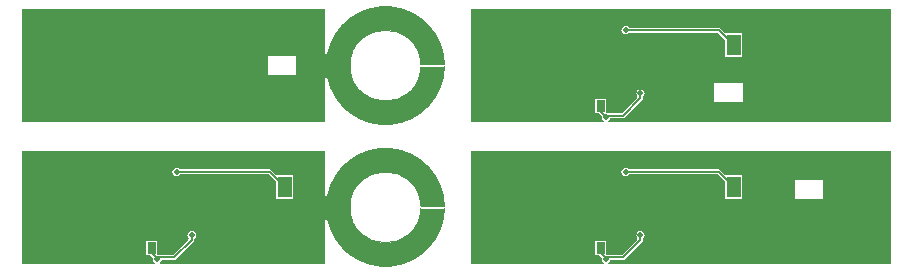
<source format=gbl>
G04*
G04 #@! TF.GenerationSoftware,Altium Limited,Altium Designer,21.7.2 (23)*
G04*
G04 Layer_Physical_Order=2*
G04 Layer_Color=16711680*
%FSLAX25Y25*%
%MOIN*%
G70*
G04*
G04 #@! TF.SameCoordinates,CCBFC18A-A892-47F7-AC39-C920CB58EF18*
G04*
G04*
G04 #@! TF.FilePolarity,Positive*
G04*
G01*
G75*
%ADD10C,0.00050*%
%ADD13R,0.03937X0.03937*%
%ADD26C,0.00800*%
%ADD30C,0.02000*%
%ADD31C,0.02400*%
%ADD32R,0.02835X0.03858*%
%ADD33R,0.04921X0.07087*%
G36*
X140772Y125822D02*
X143116Y125317D01*
X145382Y124531D01*
X147535Y123475D01*
X149545Y122166D01*
X151380Y120623D01*
X153015Y118869D01*
X154425Y116929D01*
X155589Y114832D01*
X156490Y112609D01*
X157114Y110294D01*
X157452Y107920D01*
X157476Y106721D01*
D01*
Y106721D01*
Y106721D01*
X149600D01*
X149522Y107737D01*
X149105Y109731D01*
X148352Y111624D01*
X147285Y113359D01*
X145935Y114885D01*
X144344Y116156D01*
X142558Y117135D01*
X140630Y117793D01*
X138618Y118109D01*
X136581Y118075D01*
X134580Y117692D01*
X132675Y116970D01*
X130923Y115932D01*
X129374Y114609D01*
X128077Y113039D01*
X127068Y111269D01*
X126378Y109352D01*
X126028Y107345D01*
Y105308D01*
X126378Y103302D01*
X127068Y101385D01*
X128077Y99615D01*
X129374Y98045D01*
X130923Y96721D01*
X132675Y95683D01*
X134580Y94962D01*
X136581Y94578D01*
X138618Y94545D01*
X140630Y94861D01*
X142558Y95519D01*
X144344Y96498D01*
X145935Y97769D01*
X147285Y99295D01*
X148352Y101030D01*
X149105Y102923D01*
X149522Y104917D01*
X149600Y105933D01*
X149600Y105933D01*
X157476D01*
X157452Y104734D01*
X157114Y102360D01*
X156490Y100045D01*
X155589Y97822D01*
X154425Y95725D01*
X153015Y93785D01*
X151380Y92031D01*
X149545Y90487D01*
X147535Y89178D01*
X145382Y88123D01*
X143116Y87337D01*
X140772Y86831D01*
X138384Y86614D01*
X135987Y86689D01*
X133616Y87053D01*
X131308Y87703D01*
X129095Y88628D01*
X127012Y89815D01*
X125087Y91246D01*
X123351Y92900D01*
X121828Y94752D01*
X120541Y96776D01*
X119509Y98941D01*
X118748Y101215D01*
X118508Y102390D01*
X117500D01*
Y87430D01*
X16564D01*
Y125169D01*
X117500D01*
Y110264D01*
X118508Y110264D01*
X118748Y111439D01*
X119509Y113713D01*
X120541Y115878D01*
X121828Y117902D01*
X123351Y119754D01*
X125087Y121408D01*
X127012Y122839D01*
X129095Y124026D01*
X131308Y124951D01*
X133616Y125601D01*
X135987Y125965D01*
X138384Y126040D01*
X140772Y125822D01*
D02*
G37*
G36*
X306271Y87430D02*
X212261D01*
X212109Y87930D01*
X212416Y88135D01*
X212725Y88598D01*
X212781Y88878D01*
X217056D01*
X217056Y88878D01*
X217368Y88941D01*
X217633Y89117D01*
X223382Y94866D01*
X223559Y95131D01*
X223621Y95443D01*
X223621Y95443D01*
Y95904D01*
X223815Y96034D01*
X224124Y96497D01*
X224233Y97043D01*
X224124Y97589D01*
X223815Y98052D01*
X223351Y98362D01*
X222805Y98470D01*
X222259Y98362D01*
X221796Y98052D01*
X221486Y97589D01*
X221378Y97043D01*
X221486Y96497D01*
X221796Y96034D01*
X221703Y95494D01*
X216718Y90510D01*
X211717D01*
X211406Y90571D01*
X211377Y90595D01*
Y95043D01*
X207743D01*
Y90385D01*
X209012D01*
X210024Y89372D01*
X209979Y89144D01*
X210087Y88598D01*
X210397Y88135D01*
X210704Y87930D01*
X210552Y87430D01*
X166170D01*
Y125169D01*
X306271D01*
Y87430D01*
D02*
G37*
G36*
X140772Y78578D02*
X143116Y78073D01*
X145382Y77287D01*
X147535Y76231D01*
X149545Y74922D01*
X151380Y73379D01*
X153015Y71624D01*
X154425Y69684D01*
X155589Y67588D01*
X156490Y65365D01*
X157114Y63050D01*
X157452Y60675D01*
X157476Y59477D01*
D01*
Y59477D01*
Y59477D01*
X149600D01*
X149522Y60493D01*
X149105Y62487D01*
X148352Y64380D01*
X147285Y66115D01*
X145935Y67641D01*
X144344Y68912D01*
X142558Y69891D01*
X140630Y70549D01*
X138618Y70865D01*
X136581Y70831D01*
X134580Y70448D01*
X132675Y69726D01*
X130923Y68688D01*
X129374Y67365D01*
X128077Y65794D01*
X127068Y64025D01*
X126378Y62108D01*
X126028Y60101D01*
Y58064D01*
X126378Y56058D01*
X127068Y54141D01*
X128077Y52371D01*
X129374Y50801D01*
X130923Y49477D01*
X132675Y48439D01*
X134580Y47718D01*
X136581Y47334D01*
X138618Y47300D01*
X140630Y47617D01*
X142558Y48274D01*
X144344Y49254D01*
X145935Y50525D01*
X147285Y52051D01*
X148352Y53786D01*
X149105Y55679D01*
X149522Y57673D01*
X149600Y58689D01*
X149600Y58689D01*
X157476D01*
X157452Y57490D01*
X157114Y55116D01*
X156490Y52801D01*
X155589Y50578D01*
X154425Y48481D01*
X153015Y46541D01*
X151380Y44787D01*
X149545Y43243D01*
X147535Y41934D01*
X145382Y40879D01*
X143116Y40093D01*
X140772Y39587D01*
X138384Y39370D01*
X135987Y39444D01*
X133616Y39809D01*
X131308Y40459D01*
X129095Y41384D01*
X127012Y42571D01*
X125087Y44002D01*
X123351Y45656D01*
X121828Y47508D01*
X120541Y49532D01*
X119509Y51697D01*
X118748Y53971D01*
X118508Y55146D01*
X117500D01*
Y40186D01*
X62654D01*
X62503Y40686D01*
X62809Y40891D01*
X63119Y41354D01*
X63175Y41634D01*
X67450D01*
X67450Y41634D01*
X67762Y41696D01*
X68027Y41873D01*
X73776Y47622D01*
X73952Y47887D01*
X74015Y48199D01*
X74015Y48199D01*
Y48660D01*
X74208Y48790D01*
X74518Y49253D01*
X74626Y49799D01*
X74518Y50345D01*
X74208Y50808D01*
X73745Y51118D01*
X73199Y51226D01*
X72653Y51118D01*
X72189Y50808D01*
X71880Y50345D01*
X71771Y49799D01*
X71880Y49253D01*
X72189Y48790D01*
X72097Y48250D01*
X67112Y43266D01*
X62111D01*
X61800Y43327D01*
X61771Y43351D01*
Y47799D01*
X58136D01*
Y43141D01*
X59405D01*
X60418Y42128D01*
X60373Y41900D01*
X60481Y41354D01*
X60791Y40891D01*
X61097Y40686D01*
X60946Y40186D01*
X16564D01*
Y77925D01*
X117500D01*
Y63020D01*
X118508Y63020D01*
X118748Y64195D01*
X119509Y66469D01*
X120541Y68634D01*
X121828Y70657D01*
X123351Y72510D01*
X125087Y74164D01*
X127012Y75595D01*
X129095Y76782D01*
X131308Y77707D01*
X133616Y78356D01*
X135987Y78721D01*
X138384Y78796D01*
X140772Y78578D01*
D02*
G37*
G36*
X306271Y40186D02*
X212261D01*
X212109Y40686D01*
X212416Y40891D01*
X212725Y41354D01*
X212781Y41634D01*
X217056D01*
X217056Y41634D01*
X217368Y41696D01*
X217633Y41873D01*
X223382Y47622D01*
X223559Y47887D01*
X223621Y48199D01*
X223621Y48199D01*
Y48660D01*
X223815Y48790D01*
X224124Y49253D01*
X224233Y49799D01*
X224124Y50345D01*
X223815Y50808D01*
X223351Y51118D01*
X222805Y51226D01*
X222259Y51118D01*
X221796Y50808D01*
X221486Y50345D01*
X221378Y49799D01*
X221486Y49253D01*
X221796Y48790D01*
X221703Y48250D01*
X216718Y43266D01*
X211717D01*
X211406Y43327D01*
X211377Y43351D01*
Y47799D01*
X207743D01*
Y43141D01*
X209012D01*
X210024Y42128D01*
X209979Y41900D01*
X210087Y41354D01*
X210397Y40891D01*
X210704Y40686D01*
X210552Y40186D01*
X166170D01*
Y77925D01*
X306271D01*
Y40186D01*
D02*
G37*
%LPC*%
G36*
X108100Y109574D02*
X98500D01*
Y103244D01*
X108100D01*
Y109574D01*
D02*
G37*
G36*
X217839Y119571D02*
X217292Y119463D01*
X216829Y119153D01*
X216520Y118690D01*
X216411Y118144D01*
X216520Y117598D01*
X216829Y117135D01*
X217292Y116825D01*
X217839Y116717D01*
X218385Y116825D01*
X218848Y117135D01*
X218977Y117328D01*
X248491D01*
X250976Y114843D01*
Y109193D01*
X256698D01*
Y117079D01*
X251047D01*
X249406Y118721D01*
X249141Y118898D01*
X248829Y118960D01*
X248829Y118960D01*
X218977D01*
X218848Y119153D01*
X218385Y119463D01*
X217839Y119571D01*
D02*
G37*
G36*
X257006Y100444D02*
X247406D01*
Y94114D01*
X257006D01*
Y100444D01*
D02*
G37*
G36*
X68232Y72327D02*
X67686Y72219D01*
X67223Y71909D01*
X66913Y71446D01*
X66805Y70900D01*
X66913Y70354D01*
X67223Y69891D01*
X67686Y69581D01*
X68232Y69473D01*
X68779Y69581D01*
X69242Y69891D01*
X69371Y70084D01*
X98885D01*
X101370Y67599D01*
Y61949D01*
X107091D01*
Y69835D01*
X101441D01*
X99800Y71477D01*
X99535Y71654D01*
X99223Y71716D01*
X99223Y71716D01*
X69371D01*
X69242Y71909D01*
X68779Y72219D01*
X68232Y72327D01*
D02*
G37*
G36*
X217839D02*
X217292Y72219D01*
X216829Y71909D01*
X216520Y71446D01*
X216411Y70900D01*
X216520Y70354D01*
X216829Y69891D01*
X217292Y69581D01*
X217839Y69473D01*
X218385Y69581D01*
X218848Y69891D01*
X218977Y70084D01*
X248491D01*
X250976Y67599D01*
Y61949D01*
X256698D01*
Y69835D01*
X251047D01*
X249406Y71477D01*
X249141Y71654D01*
X248829Y71716D01*
X248829Y71716D01*
X218977D01*
X218848Y71909D01*
X218385Y72219D01*
X217839Y72327D01*
D02*
G37*
G36*
X283806Y68200D02*
X274206D01*
Y61870D01*
X283806D01*
Y68200D01*
D02*
G37*
%LPD*%
D10*
X157476Y106721D02*
G03*
X118508Y110264I-19681J-394D01*
G01*
X149600Y106721D02*
G03*
X149600Y105933I-11804J-394D01*
G01*
X118508Y102390D02*
G03*
X157476Y105933I19287J3937D01*
G01*
X149600Y106721D02*
X157476D01*
X149600Y105933D02*
X157476D01*
X117323Y110264D02*
X118508D01*
X117323Y102390D02*
Y110264D01*
Y102390D02*
X118508D01*
X157476Y59477D02*
G03*
X118508Y63020I-19681J-394D01*
G01*
X149600Y59477D02*
G03*
X149600Y58689I-11804J-394D01*
G01*
X118508Y55146D02*
G03*
X157476Y58689I19287J3937D01*
G01*
X149600Y59477D02*
X157476D01*
X149600Y58689D02*
X157476D01*
X117323Y63020D02*
X118508D01*
X117323Y55146D02*
Y63020D01*
Y55146D02*
X118508D01*
D13*
X120079Y106327D02*
D03*
Y59083D02*
D03*
D26*
X217839Y118144D02*
X248829D01*
X253837Y113136D01*
X210856Y89694D02*
X217056D01*
X222805Y95443D02*
Y97043D01*
X217056Y89694D02*
X222805Y95443D01*
X209560Y90991D02*
X210856Y89694D01*
X209560Y90991D02*
Y92714D01*
X217839Y70900D02*
X248829D01*
X253837Y65892D01*
X210856Y42450D02*
X217056D01*
X222805Y48199D02*
Y49799D01*
X217056Y42450D02*
X222805Y48199D01*
X209560Y43747D02*
X210856Y42450D01*
X209560Y43747D02*
Y45470D01*
X68232Y70900D02*
X99223D01*
X104231Y65892D01*
X61250Y42450D02*
X67450D01*
X73199Y48199D02*
Y49799D01*
X67450Y42450D02*
X73199Y48199D01*
X59953Y43747D02*
X61250Y42450D01*
X59953Y43747D02*
Y45470D01*
D30*
X108693Y100537D02*
D03*
Y112151D02*
D03*
X210976Y106714D02*
D03*
X215476Y102214D02*
D03*
Y106714D02*
D03*
Y111214D02*
D03*
X219976Y106714D02*
D03*
X246813Y91537D02*
D03*
Y103151D02*
D03*
X217839Y118144D02*
D03*
X225076Y120979D02*
D03*
X220089Y122327D02*
D03*
X212824D02*
D03*
X204206Y111744D02*
D03*
X226006Y104744D02*
D03*
X215506Y95444D02*
D03*
X221714Y90869D02*
D03*
X208706Y89144D02*
D03*
X179606Y117344D02*
D03*
Y112344D02*
D03*
Y102344D02*
D03*
X222805Y97043D02*
D03*
X211406Y89144D02*
D03*
X210976Y59470D02*
D03*
X215476Y54970D02*
D03*
Y59470D02*
D03*
Y63970D02*
D03*
X219976Y59470D02*
D03*
X273613Y59293D02*
D03*
Y70907D02*
D03*
X217839Y70900D02*
D03*
X225076Y73735D02*
D03*
X220089Y75083D02*
D03*
X212824D02*
D03*
X204206Y64500D02*
D03*
X226006Y57500D02*
D03*
X215506Y48200D02*
D03*
X221714Y43625D02*
D03*
X208706Y41900D02*
D03*
X179606Y70100D02*
D03*
Y65100D02*
D03*
Y55100D02*
D03*
X222805Y49799D02*
D03*
X211406Y41900D02*
D03*
X61370Y59470D02*
D03*
X65870Y54970D02*
D03*
Y59470D02*
D03*
Y63970D02*
D03*
X70370Y59470D02*
D03*
X68232Y70900D02*
D03*
X75470Y73735D02*
D03*
X70483Y75083D02*
D03*
X63217D02*
D03*
X54600Y64500D02*
D03*
X76400Y57500D02*
D03*
X65900Y48200D02*
D03*
X72108Y43625D02*
D03*
X59100Y41900D02*
D03*
X30000Y70100D02*
D03*
Y65100D02*
D03*
Y55100D02*
D03*
X73199Y49799D02*
D03*
X61800Y41900D02*
D03*
D31*
X243506Y64970D02*
D03*
Y59970D02*
D03*
Y54970D02*
D03*
X248506Y64970D02*
D03*
Y59970D02*
D03*
Y54970D02*
D03*
Y49970D02*
D03*
Y44970D02*
D03*
X253506Y54970D02*
D03*
Y49970D02*
D03*
Y44970D02*
D03*
X93900Y64970D02*
D03*
Y59970D02*
D03*
Y54970D02*
D03*
X98900Y64970D02*
D03*
Y59970D02*
D03*
Y54970D02*
D03*
Y49970D02*
D03*
Y44970D02*
D03*
X103900Y54970D02*
D03*
Y49970D02*
D03*
Y44970D02*
D03*
D32*
X214993Y92714D02*
D03*
X209560D02*
D03*
X214993Y45470D02*
D03*
X209560D02*
D03*
X65387D02*
D03*
X59953D02*
D03*
D33*
X253837Y113136D02*
D03*
X214467D02*
D03*
X253837Y65892D02*
D03*
X214467D02*
D03*
X104231D02*
D03*
X64861D02*
D03*
M02*

</source>
